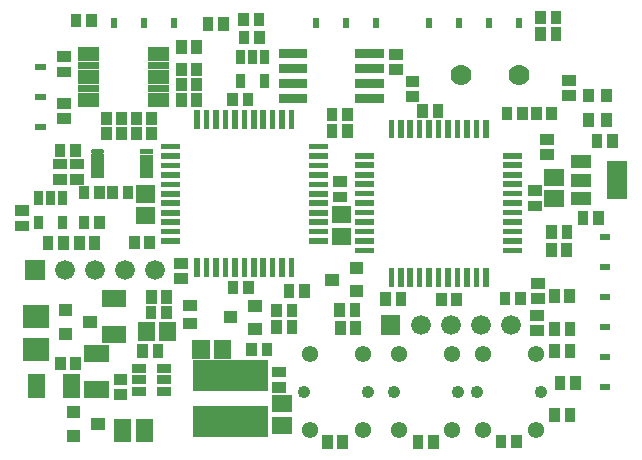
<source format=gbr>
G04 start of page 5 for group -4063 idx -4063 *
G04 Title: (unknown), componentmask *
G04 Creator: pcb 1.99z *
G04 CreationDate: Mon 30 May 2011 18:01:59 GMT UTC *
G04 For: thomas *
G04 Format: Gerber/RS-274X *
G04 PCB-Dimensions: 206299 151574 *
G04 PCB-Coordinate-Origin: lower left *
%MOIN*%
%FSLAX25Y25*%
%LNTOPMASK*%
%ADD19C,0.0200*%
%ADD34R,0.0200X0.0200*%
%ADD35R,0.0300X0.0300*%
%ADD50C,0.0700*%
%ADD51C,0.0660*%
%ADD52C,0.0544*%
%ADD53C,0.0425*%
%ADD54R,0.0230X0.0230*%
%ADD55R,0.0355X0.0355*%
%ADD56C,0.0180*%
%ADD57R,0.0180X0.0180*%
%ADD58R,0.0572X0.0572*%
%ADD59R,0.0187X0.0187*%
%ADD60R,0.0360X0.0360*%
%ADD61R,0.0430X0.0430*%
%ADD62R,0.0670X0.0670*%
%ADD63R,0.0400X0.0400*%
%ADD64R,0.0750X0.0750*%
%ADD65R,0.0570X0.0570*%
%ADD66R,0.1027X0.1027*%
G54D50*X149407Y127231D03*
X168619D03*
G54D19*G36*
X3865Y65503D02*Y58903D01*
X10465D01*
Y65503D01*
X3865D01*
G37*
G54D51*X17165Y62203D03*
X27165D03*
X37165D03*
X47165D03*
G54D19*G36*
X122487Y47197D02*Y40597D01*
X129087D01*
Y47197D01*
X122487D01*
G37*
G54D52*X116535Y34251D03*
G54D53*X126934Y21442D03*
G54D52*X128706Y8647D03*
Y34237D03*
G54D51*X135787Y43897D03*
X145787D03*
G54D53*X148194Y21442D03*
G54D52*X146422Y8647D03*
Y34237D03*
G54D53*X154725Y21456D03*
G54D51*X155787Y43897D03*
X165787D03*
G54D52*X174213Y34251D03*
X156497D03*
G54D53*X97047Y21456D03*
X118307D03*
G54D52*X116535Y8661D03*
X98819D03*
Y34251D03*
G54D53*X175985Y21456D03*
G54D52*X174213Y8661D03*
X156497D03*
G54D54*X22824Y135423D02*X27430D01*
X22824Y132864D02*X27430D01*
X22824Y130305D02*X27430D01*
X22824Y127746D02*X27430D01*
X46052D02*X50658D01*
X46052Y130305D02*X50658D01*
X46052Y132864D02*X50658D01*
X46052Y135423D02*X50658D01*
X22824Y125188D02*X27430D01*
X46052D02*X50658D01*
X22824Y122629D02*X27430D01*
X46052D02*X50658D01*
X22824Y120070D02*X27430D01*
X46052D02*X50658D01*
X22824Y117511D02*X27430D01*
X46052D02*X50658D01*
G54D55*X41103Y108090D02*Y107106D01*
X36221Y108090D02*Y107106D01*
X31103Y108090D02*Y107106D01*
X36221Y113090D02*Y112106D01*
X31103Y113090D02*Y112106D01*
X41103Y113090D02*Y112106D01*
X46221Y113090D02*Y112106D01*
G54D34*X8305Y109920D02*X9805D01*
X8305Y119920D02*X9805D01*
X8305Y129920D02*X9805D01*
G54D55*X16437Y128149D02*X17421D01*
X16437Y133267D02*X17421D01*
X16437Y112598D02*X17421D01*
X16437Y117716D02*X17421D01*
G54D34*X33465Y145237D02*Y143737D01*
G54D55*X26024Y145766D02*Y144782D01*
G54D34*X43465Y145237D02*Y143737D01*
X53465Y145237D02*Y143737D01*
G54D55*X20906Y145766D02*Y144782D01*
X61220Y124507D02*Y123523D01*
Y119389D02*Y118405D01*
X61221Y129428D02*Y128444D01*
X61201Y136940D02*Y135956D01*
X65000Y144566D02*Y143582D01*
X56102Y124507D02*Y123523D01*
Y119389D02*Y118405D01*
X56103Y129428D02*Y128444D01*
X56083Y136940D02*Y135956D01*
X73142Y119440D02*Y118456D01*
X78260Y119440D02*Y118456D01*
G54D35*X75835Y125806D02*Y124206D01*
X83635Y125806D02*Y124206D01*
Y134006D02*Y132406D01*
X79735Y134006D02*Y132406D01*
X75835Y134006D02*Y132406D01*
G54D55*X82059Y140066D02*Y139082D01*
X76941Y140066D02*Y139082D01*
X76882Y146066D02*Y145082D01*
X82000Y146066D02*Y145082D01*
X70118Y144566D02*Y143582D01*
G54D56*X26771Y101769D02*X29371D01*
G54D57*X26771Y99769D02*X29371D01*
X26771Y97769D02*X29371D01*
X26771Y95869D02*X29371D01*
X26771Y93869D02*X29371D01*
G54D55*X20701Y102440D02*Y101456D01*
X15583Y102440D02*Y101456D01*
X15150Y92389D02*X16134D01*
X15150Y97507D02*X16134D01*
X20709D02*X21693D01*
X33201Y88440D02*Y87456D01*
X38319Y88440D02*Y87456D01*
X28760Y88440D02*Y87456D01*
G54D58*X43749Y87491D02*X44535D01*
X43749Y80405D02*X44535D01*
G54D55*X45473Y71751D02*Y70767D01*
X40355Y71751D02*Y70767D01*
X28760Y78440D02*Y77456D01*
G54D57*X43271Y93769D02*X45871D01*
X43271Y95769D02*X45871D01*
X43271Y97769D02*X45871D01*
X43271Y99669D02*X45871D01*
X43271Y101669D02*X45871D01*
G54D55*X46221Y108090D02*Y107106D01*
G54D59*X50168Y103283D02*X54594D01*
X50168Y100134D02*X54594D01*
X50168Y96984D02*X54594D01*
X50168Y93835D02*X54594D01*
X50168Y90685D02*X54594D01*
X50168Y87535D02*X54594D01*
X50168Y84386D02*X54594D01*
X50168Y81236D02*X54594D01*
X50168Y78087D02*X54594D01*
X50168Y74937D02*X54594D01*
X50168Y71787D02*X54594D01*
G54D55*X20709Y92389D02*X21693D01*
X23642Y88440D02*Y87456D01*
X22047Y71554D02*Y70570D01*
X27165Y71554D02*Y70570D01*
X16732Y71554D02*Y70570D01*
X11614Y71554D02*Y70570D01*
X2494Y81871D02*X3478D01*
X2494Y76753D02*X3478D01*
G54D35*X8611Y78752D02*Y77152D01*
G54D55*X23642Y78440D02*Y77456D01*
G54D35*X16411Y78752D02*Y77152D01*
Y86952D02*Y85352D01*
X12511Y86952D02*Y85352D01*
X8611Y86952D02*Y85352D01*
G54D59*X138662Y111346D02*Y106920D01*
X135512Y111346D02*Y106920D01*
G54D55*X106299Y114468D02*Y113484D01*
X111417Y114468D02*Y113484D01*
X106299Y108956D02*Y107972D01*
X111417Y108956D02*Y107972D01*
G54D59*X132363Y111346D02*Y106920D01*
X129213Y111346D02*Y106920D01*
X126063Y111346D02*Y106920D01*
G54D55*X136528Y115553D02*Y114569D01*
X141646Y115553D02*Y114569D01*
G54D59*X99538Y71787D02*X103964D01*
X99538Y74936D02*X103964D01*
X99538Y78086D02*X103964D01*
X92814Y114433D02*Y110007D01*
X89665Y114433D02*Y110007D01*
X86515Y114433D02*Y110007D01*
X83366Y114433D02*Y110007D01*
X80216Y114433D02*Y110007D01*
X77066Y114433D02*Y110007D01*
X73917Y114433D02*Y110007D01*
X70767Y114433D02*Y110007D01*
X67618Y114433D02*Y110007D01*
X64468Y114433D02*Y110007D01*
X61318Y114433D02*Y110007D01*
G54D34*X138780Y145237D02*Y143737D01*
X148780Y145237D02*Y143737D01*
X100787Y145237D02*Y143737D01*
G54D35*X90065Y134340D02*X96565D01*
G54D55*X127067Y128936D02*X128051D01*
X127067Y134054D02*X128051D01*
X132579Y125000D02*X133563D01*
X132579Y119882D02*X133563D01*
G54D34*X110787Y145237D02*Y143737D01*
X120787Y145237D02*Y143737D01*
G54D35*X90065Y129340D02*X96565D01*
X90065Y124340D02*X96565D01*
X90065Y119340D02*X96565D01*
X115565D02*X122065D01*
X115565Y124340D02*X122065D01*
X115565Y129340D02*X122065D01*
X115565Y134340D02*X122065D01*
G54D59*X99538Y81235D02*X103964D01*
X99538Y84385D02*X103964D01*
X99538Y87535D02*X103964D01*
X99538Y90684D02*X103964D01*
X99538Y93834D02*X103964D01*
X99538Y96983D02*X103964D01*
X99538Y100133D02*X103964D01*
X99538Y103283D02*X103964D01*
G54D34*X158780Y145237D02*Y143737D01*
X168780Y145237D02*Y143737D01*
G54D55*X180905Y146751D02*Y145767D01*
Y141239D02*Y140255D01*
X184744Y120275D02*X185728D01*
X184744Y125393D02*X185728D01*
G54D60*X191733Y120774D02*Y119774D01*
X197733Y120774D02*Y119774D01*
G54D55*X175787Y146751D02*Y145767D01*
Y141239D02*Y140255D01*
X179441Y75266D02*Y74282D01*
G54D58*X179922Y86023D02*X180708D01*
X179922Y93109D02*X180708D01*
G54D55*X184559Y75266D02*Y74282D01*
X177508Y100574D02*X178492D01*
X177508Y105692D02*X178492D01*
G54D61*X187946Y98216D02*X190346D01*
G54D55*X194600Y105666D02*Y104682D01*
G54D61*X187946Y92116D02*X190346D01*
X187946Y86016D02*X190346D01*
G54D62*X201346Y95116D02*Y89116D01*
G54D55*X189961Y80019D02*Y79035D01*
X195079Y80019D02*Y79035D01*
X140011Y5313D02*Y4329D01*
X167715Y5412D02*Y4428D01*
X162597Y5412D02*Y4428D01*
X163934Y53108D02*Y52124D01*
G54D59*X129212Y61976D02*Y57550D01*
X132362Y61976D02*Y57550D01*
X135511Y61976D02*Y57550D01*
X138661Y61976D02*Y57550D01*
X141811Y61976D02*Y57550D01*
X144960Y61976D02*Y57550D01*
X148110Y61976D02*Y57550D01*
X151259Y61976D02*Y57550D01*
G54D63*X105948Y58935D02*X106548D01*
G54D55*X142717Y52852D02*Y51868D01*
X147835Y52852D02*Y51868D01*
G54D59*X114913Y100196D02*X119339D01*
X114913Y97047D02*X119339D01*
X114913Y93897D02*X119339D01*
X114913Y90748D02*X119339D01*
X114913Y87598D02*X119339D01*
X114913Y84448D02*X119339D01*
G54D55*X108366Y86417D02*X109350D01*
X108366Y91535D02*X109350D01*
G54D59*X114913Y81299D02*X119339D01*
X114913Y78149D02*X119339D01*
X114913Y75000D02*X119339D01*
X114913Y71850D02*X119339D01*
X114913Y68700D02*X119339D01*
G54D58*X109056Y73424D02*X109842D01*
X109056Y80510D02*X109842D01*
G54D55*X134893Y5313D02*Y4329D01*
X109843Y5216D02*Y4232D01*
X104725Y5216D02*Y4232D01*
X124212Y53050D02*Y52066D01*
X129330Y53050D02*Y52066D01*
G54D63*X114148Y55035D02*X114748D01*
X114148Y62835D02*X114748D01*
G54D55*X114172Y43208D02*Y42224D01*
X109054Y43208D02*Y42224D01*
X113976Y49310D02*Y48326D01*
X108858Y49310D02*Y48326D01*
G54D59*X126063Y61976D02*Y57550D01*
G54D64*X7078Y35630D02*X8278D01*
X7078Y46630D02*X8278D01*
G54D63*X17160Y48673D02*X17760D01*
X17160Y40873D02*X17760D01*
X25360Y44773D02*X25960D01*
G54D58*X26575Y34250D02*X28937D01*
X32419Y52574D02*X34781D01*
X32419Y40764D02*X34781D01*
G54D35*X49400Y21574D02*X51000D01*
G54D65*X43817Y9667D02*Y7667D01*
G54D35*X41200Y29374D02*X42800D01*
X41200Y25474D02*X42800D01*
X41200Y21574D02*X42800D01*
X49400Y25474D02*X51000D01*
X49400Y29374D02*X51000D01*
G54D60*X58555Y44291D02*X59555D01*
G54D58*X62598Y36022D02*Y35236D01*
X69684Y36022D02*Y35236D01*
G54D63*X80337Y42424D02*X80937D01*
X72137Y46324D02*X72737D01*
G54D55*X87795Y43602D02*Y42618D01*
X92913Y43602D02*Y42618D01*
G54D63*X80337Y50224D02*X80937D01*
G54D55*X91929Y55609D02*Y54625D01*
X97047Y55609D02*Y54625D01*
X87795Y49114D02*Y48130D01*
X92913Y49114D02*Y48130D01*
X88098Y28167D02*X89082D01*
G54D66*X65117Y26974D02*X79683D01*
G54D55*X88098Y23049D02*X89082D01*
X84645Y36121D02*Y35137D01*
X79527Y36121D02*Y35137D01*
G54D58*X89174Y10432D02*X89960D01*
G54D66*X65117Y11620D02*X79683D01*
G54D58*X89174Y17518D02*X89960D01*
G54D65*X36417Y9667D02*Y7667D01*
G54D63*X19826Y6890D02*X20426D01*
X28026Y10790D02*X28626D01*
G54D55*X35267Y20615D02*X36251D01*
G54D58*X26575Y22440D02*X28937D01*
G54D55*X35267Y25733D02*X36251D01*
G54D63*X19826Y14690D02*X20426D01*
G54D58*X7678Y24605D02*Y22243D01*
X19488Y24605D02*Y22243D01*
G54D55*X15747Y31397D02*Y30413D01*
X20865Y31397D02*Y30413D01*
G54D60*X58555Y50291D02*X59555D01*
G54D55*X55414Y59251D02*X56398D01*
X46000Y48466D02*Y47482D01*
G54D58*X44314Y41967D02*Y41181D01*
G54D55*X43200Y35666D02*Y34682D01*
X46063Y53641D02*Y52657D01*
X51118Y48466D02*Y47482D01*
G54D58*X51400Y41967D02*Y41181D01*
G54D55*X48318Y35666D02*Y34682D01*
X51181Y53641D02*Y52657D01*
X55414Y64369D02*X56398D01*
G54D59*X61318Y65063D02*Y60637D01*
X64467Y65063D02*Y60637D01*
X67617Y65063D02*Y60637D01*
X70766Y65063D02*Y60637D01*
X73916Y65063D02*Y60637D01*
G54D55*X78346Y56790D02*Y55806D01*
X73228Y56790D02*Y55806D01*
G54D59*X77066Y65063D02*Y60637D01*
X80215Y65063D02*Y60637D01*
X83365Y65063D02*Y60637D01*
X86514Y65063D02*Y60637D01*
X89664Y65063D02*Y60637D01*
X92814Y65063D02*Y60637D01*
X154409Y61976D02*Y57550D01*
X157559Y61976D02*Y57550D01*
X164283Y68700D02*X168709D01*
X164283Y71849D02*X168709D01*
X164283Y74999D02*X168709D01*
X164283Y78148D02*X168709D01*
X164283Y81298D02*X168709D01*
X164283Y84448D02*X168709D01*
G54D55*X173433Y83518D02*X174417D01*
X174508Y57692D02*X175492D01*
X174508Y52574D02*X175492D01*
X169052Y53108D02*Y52124D01*
X174114Y47046D02*X175098D01*
X174114Y41928D02*X175098D01*
G54D59*X164283Y87597D02*X168709D01*
X164283Y90747D02*X168709D01*
X164283Y93896D02*X168709D01*
X164283Y97046D02*X168709D01*
G54D55*X173433Y88636D02*X174417D01*
G54D59*X164283Y100196D02*X168709D01*
X157559Y111346D02*Y106920D01*
X154410Y111346D02*Y106920D01*
X151260Y111346D02*Y106920D01*
X148111Y111346D02*Y106920D01*
X144961Y111346D02*Y106920D01*
X141811Y111346D02*Y106920D01*
G54D55*X164567Y114861D02*Y113877D01*
X169685Y114861D02*Y113877D01*
X174409Y114861D02*Y113877D01*
X179527Y114861D02*Y113877D01*
G54D60*X191733Y112507D02*Y111507D01*
X197733Y112507D02*Y111507D01*
G54D55*X199718Y105666D02*Y104682D01*
G54D34*X196494Y73070D02*X197994D01*
X196494Y63070D02*X197994D01*
X196494Y53070D02*X197994D01*
G54D55*X180400Y53866D02*Y52882D01*
X185518Y53866D02*Y52882D01*
X179400Y69266D02*Y68282D01*
X184518Y69266D02*Y68282D01*
G54D34*X196494Y43070D02*X197994D01*
X196494Y33070D02*X197994D01*
X196494Y23070D02*X197994D01*
G54D55*X182284Y24902D02*Y23918D01*
X180511Y14271D02*Y13287D01*
X185629Y14271D02*Y13287D01*
X187402Y24902D02*Y23918D01*
X180513Y35727D02*Y34743D01*
X185631Y35727D02*Y34743D01*
X180512Y43012D02*Y42028D01*
X185630Y43012D02*Y42028D01*
M02*

</source>
